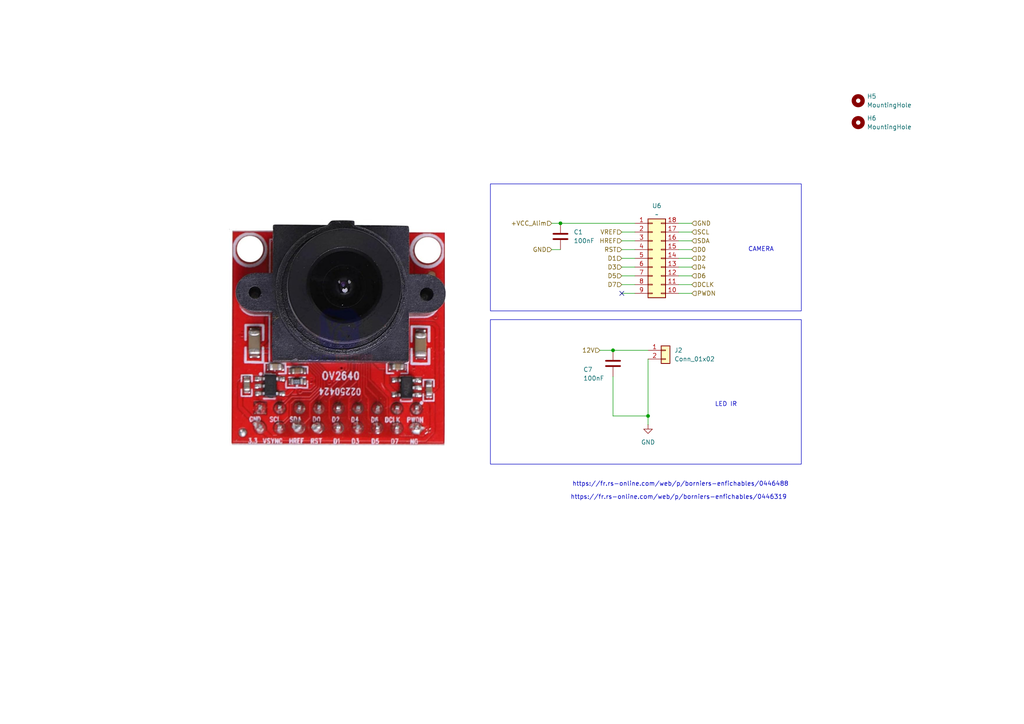
<source format=kicad_sch>
(kicad_sch (version 20250114) (generator "eeschema") (generator_version "9.0")
  (paper "A4")
  (title_block (title "Collecteur de données Animalières") (date "2025-11-28") (rev "A2") (company "Polytech Nantes - ETN4") (comment 1 "Architecture Collectuer de données") (comment 2 "Camera Page"))
  (lib_symbols
    (symbol "Connector_Generic:Conn_01x02" (pin_names (offset 1.016) (hide yes))
      (property "Reference" "J" (at 0 2.54 0))
      (property "Value" "Conn_01x02" (at 0 -5.08 0))
      (symbol "Conn_01x02_1_1"
        (rectangle (start -1.27 1.27) (end 1.27 -3.81) (stroke (width 0.254)) (fill (type background)))
        (rectangle (start -1.27 0.127) (end 0 -0.127) (stroke (width 0.1524)))
        (rectangle (start -1.27 -2.413) (end 0 -2.667) (stroke (width 0.1524)))
        (pin passive line (at -5.08 0 0) (length 3.81) (name "Pin_1") (number "1"))
        (pin passive line (at -5.08 -2.54 0) (length 3.81) (name "Pin_2") (number "2"))
      )
    )
    (symbol "Device:C" (pin_numbers (hide yes)) (pin_names (offset 0.254))
      (property "Reference" "C" (at 0.635 2.54 0))
      (property "Value" "C" (at 0.635 -2.54 0))
      (symbol "C_0_1"
        (polyline (pts (xy -2.032 0.762) (xy 2.032 0.762)) (stroke (width 0.508)))
        (polyline (pts (xy -2.032 -0.762) (xy 2.032 -0.762)) (stroke (width 0.508)))
      )
      (symbol "C_1_1"
        (pin passive line (at 0 3.81 270) (length 2.794) (name "~") (number "1"))
        (pin passive line (at 0 -3.81 90) (length 2.794) (name "~") (number "2"))
      )
    )
    (symbol "Mechanical:MountingHole" (pin_names (offset 1.016)) (in_bom no)
      (property "Reference" "H" (at 0 5.08 0))
      (property "Value" "MountingHole" (at 0 3.175 0))
      (symbol "MountingHole_0_1"
        (circle (center 0 0) (radius 1.27) (stroke (width 1.27)))
      )
    )
    (symbol "OV2640_1"
      (property "Reference" "U" (at 1.27 0 0))
      (symbol "OV2640_1_1_1"
        (rectangle (start -1.27 11.43) (end 3.81 -11.43) (stroke (width 0.254)) (fill (type background)))
        (rectangle (start -1.27 10.287) (end 0 10.033) (stroke (width 0.1524)))
        (rectangle (start -1.27 7.747) (end 0 7.493) (stroke (width 0.1524)))
        (rectangle (start -1.27 5.207) (end 0 4.953) (stroke (width 0.1524)))
        (rectangle (start -1.27 2.667) (end 0 2.413) (stroke (width 0.1524)))
        (rectangle (start -1.27 0.127) (end 0 -0.127) (stroke (width 0.1524)))
        (rectangle (start -1.27 -2.413) (end 0 -2.667) (stroke (width 0.1524)))
        (rectangle (start -1.27 -4.953) (end 0 -5.207) (stroke (width 0.1524)))
        (rectangle (start -1.27 -7.493) (end 0 -7.747) (stroke (width 0.1524)))
        (rectangle (start -1.27 -10.033) (end 0 -10.287) (stroke (width 0.1524)))
        (rectangle (start 3.81 10.287) (end 2.54 10.033) (stroke (width 0.1524)))
        (rectangle (start 3.81 7.747) (end 2.54 7.493) (stroke (width 0.1524)))
        (rectangle (start 3.81 5.207) (end 2.54 4.953) (stroke (width 0.1524)))
        (rectangle (start 3.81 2.667) (end 2.54 2.413) (stroke (width 0.1524)))
        (rectangle (start 3.81 0.127) (end 2.54 -0.127) (stroke (width 0.1524)))
        (rectangle (start 3.81 -2.413) (end 2.54 -2.667) (stroke (width 0.1524)))
        (rectangle (start 3.81 -4.953) (end 2.54 -5.207) (stroke (width 0.1524)))
        (rectangle (start 3.81 -7.493) (end 2.54 -7.747) (stroke (width 0.1524)))
        (rectangle (start 3.81 -10.033) (end 2.54 -10.287) (stroke (width 0.1524)))
        (pin passive line (at -5.08 10.16 0) (length 3.81) (name "") (number "1"))
        (pin passive line (at -5.08 7.62 0) (length 3.81) (name "") (number "2"))
        (pin passive line (at -5.08 5.08 0) (length 3.81) (name "") (number "3"))
        (pin passive line (at -5.08 2.54 0) (length 3.81) (name "") (number "4"))
        (pin passive line (at -5.08 0 0) (length 3.81) (name "") (number "5"))
        (pin passive line (at -5.08 -2.54 0) (length 3.81) (name "") (number "6"))
        (pin passive line (at -5.08 -5.08 0) (length 3.81) (name "") (number "7"))
        (pin passive line (at -5.08 -7.62 0) (length 3.81) (name "") (number "8"))
        (pin passive line (at -5.08 -10.16 0) (length 3.81) (name "") (number "9"))
        (pin passive line (at 7.62 10.16 180) (length 3.81) (name "") (number "18"))
        (pin passive line (at 7.62 7.62 180) (length 3.81) (name "") (number "17"))
        (pin passive line (at 7.62 5.08 180) (length 3.81) (name "") (number "16"))
        (pin passive line (at 7.62 2.54 180) (length 3.81) (name "") (number "15"))
        (pin passive line (at 7.62 0 180) (length 3.81) (name "") (number "14"))
        (pin passive line (at 7.62 -2.54 180) (length 3.81) (name "") (number "13"))
        (pin passive line (at 7.62 -5.08 180) (length 3.81) (name "") (number "12"))
        (pin passive line (at 7.62 -7.62 180) (length 3.81) (name "") (number "11"))
        (pin passive line (at 7.62 -10.16 180) (length 3.81) (name "") (number "10"))
      )
    )
    (symbol "power:GND" (power) (pin_numbers (hide yes)) (pin_names (offset 0) (hide yes))
      (property "Value" "GND" (at 0 -3.81 0))
      (symbol "GND_0_1"
        (polyline (pts (xy 0 0) (xy 0 -1.27) (xy 1.27 -1.27) (xy 0 -2.54) (xy -1.27 -1.27) (xy 0 -1.27)))
      )
      (symbol "GND_1_1"
        (pin power_in line (at 0 0 270) (length 0) (name "~") (number "1"))
      )
    )
  )
  (rectangle (start 142.24 92.71) (end 232.41 134.62))
  (rectangle (start 142.24 53.34) (end 232.41 90.17))
  (text "LED IR\n" (at 210.566 117.348 0) (effects (font (size 1.27 1.27))))
  (text "https://fr.rs-online.com/web/p/borniers-enfichables/0446319" (at 196.85 144.272 0) (effects (font (size 1.27 1.27))))
  (text "CAMERA\n" (at 220.726 72.39 0) (effects (font (size 1.27 1.27))))
  (text "https://fr.rs-online.com/web/p/borniers-enfichables/0446488" (at 197.358 140.462 0) (effects (font (size 1.27 1.27))))
  (junction (at 177.8 101.6))
  (junction (at 187.96 120.65))
  (junction (at 162.56 64.77))
  (no_connect (at 180.34 85.09))
  (wire (pts (xy 196.85 74.93) (xy 200.66 74.93)))
  (wire (pts (xy 196.85 85.09) (xy 200.66 85.09)))
  (wire (pts (xy 173.99 101.6) (xy 177.8 101.6)))
  (wire (pts (xy 180.34 85.09) (xy 184.15 85.09)))
  (wire (pts (xy 180.34 80.01) (xy 184.15 80.01)))
  (wire (pts (xy 180.34 67.31) (xy 184.15 67.31)))
  (wire (pts (xy 177.8 109.22) (xy 177.8 120.65)))
  (wire (pts (xy 177.8 101.6) (xy 187.96 101.6)))
  (wire (pts (xy 177.8 120.65) (xy 187.96 120.65)))
  (wire (pts (xy 196.85 82.55) (xy 200.66 82.55)))
  (wire (pts (xy 162.56 64.77) (xy 184.15 64.77)))
  (wire (pts (xy 196.85 69.85) (xy 200.66 69.85)))
  (wire (pts (xy 196.85 80.01) (xy 200.66 80.01)))
  (wire (pts (xy 180.34 72.39) (xy 184.15 72.39)))
  (wire (pts (xy 180.34 74.93) (xy 184.15 74.93)))
  (wire (pts (xy 196.85 72.39) (xy 200.66 72.39)))
  (wire (pts (xy 196.85 64.77) (xy 200.66 64.77)))
  (wire (pts (xy 180.34 77.47) (xy 184.15 77.47)))
  (wire (pts (xy 187.96 104.14) (xy 187.96 120.65)))
  (wire (pts (xy 180.34 69.85) (xy 184.15 69.85)))
  (wire (pts (xy 196.85 67.31) (xy 200.66 67.31)))
  (wire (pts (xy 160.02 64.77) (xy 162.56 64.77)))
  (wire (pts (xy 160.02 72.39) (xy 162.56 72.39)))
  (wire (pts (xy 180.34 82.55) (xy 184.15 82.55)))
  (wire (pts (xy 187.96 123.19) (xy 187.96 120.65)))
  (wire (pts (xy 196.85 77.47) (xy 200.66 77.47)))
  (image (at 97.79 96.52))
  (hierarchical_label "HREF" (shape input) (at 180.34 69.85 180))
  (hierarchical_label "DCLK" (shape input) (at 200.66 82.55 0))
  (hierarchical_label "D4" (shape input) (at 200.66 77.47 0))
  (hierarchical_label "GND" (shape input) (at 160.02 72.39 180))
  (hierarchical_label "D3" (shape input) (at 180.34 77.47 180))
  (hierarchical_label "D2" (shape input) (at 200.66 74.93 0))
  (hierarchical_label "GND" (shape input) (at 200.66 64.77 0))
  (hierarchical_label "D5" (shape input) (at 180.34 80.01 180))
  (hierarchical_label "VREF" (shape input) (at 180.34 67.31 180))
  (hierarchical_label "SCL" (shape input) (at 200.66 67.31 0))
  (hierarchical_label "D0" (shape input) (at 200.66 72.39 0))
  (hierarchical_label "SDA" (shape input) (at 200.66 69.85 0))
  (hierarchical_label "D1" (shape input) (at 180.34 74.93 180))
  (hierarchical_label "RST" (shape input) (at 180.34 72.39 180))
  (hierarchical_label "D6" (shape input) (at 200.66 80.01 0))
  (hierarchical_label "PWDN" (shape input) (at 200.66 85.09 0))
  (hierarchical_label "+VCC_Alim" (shape input) (at 160.02 64.77 180))
  (hierarchical_label "D7" (shape input) (at 180.34 82.55 180))
  (hierarchical_label "12V" (shape input) (at 173.99 101.6 180))
  (symbol (lib_id "Mechanical:MountingHole") (at 248.92 35.56 0) (unit 1) (in_bom no)
    (property "Reference" "H6" (at 251.46 34.2899 0) (effects (justify left)))
    (property "Value" "MountingHole" (at 251.46 36.8299 0) (effects (justify left)))
    (property "Footprint" "CollecteurDonne:MountingHole_2.2mm_M2_ISO7380" (effects (hide yes)))
    (property "Description" "Mounting Hole without connection" (effects (hide yes)))
  )
  (symbol (lib_name "OV2640_1") (lib_id "CollecteurDonneLIB:OV2640") (at 189.23 74.93 0) (unit 1)
    (property "Reference" "U6" (at 190.5 59.69 0))
    (property "Value" "~" (at 190.5 62.23 0))
    (property "Footprint" "Connector_PinSocket_1.27mm:PinSocket_2x09_P1.27mm_Vertical_SMD" (effects (hide yes)))
  )
  (symbol (lib_id "Device:C") (at 177.8 105.41 0) (unit 1)
    (property "Reference" "C7" (at 169.164 107.188 0) (effects (justify left)))
    (property "Value" "100nF" (at 169.164 109.728 0) (effects (justify left)))
    (property "Footprint" "CollecteurDonne:Capa disc radial 5.08mm" (effects (hide yes)))
    (property "Description" "Unpolarized capacitor" (effects (hide yes)))
    (property "Fabricant" "KEMET" (effects (hide yes)))
    (property "Fournisseur" "RS" (effects (hide yes)))
    (property "Ref Fabricant" "C0805C104K4RACTU" (effects (hide yes)))
    (property "Ref Fournisseur" "648-0957" (effects (hide yes)))
  )
  (symbol (lib_id "Connector_Generic:Conn_01x02") (at 193.04 101.6 0) (unit 1)
    (property "Reference" "J2" (at 195.58 101.5999 0) (effects (justify left)))
    (property "Value" "Conn_01x02" (at 195.58 104.1399 0) (effects (justify left)))
    (property "Footprint" "CollecteurDonne:ESP32-S3-DEVKITC-1-N8R8" (effects (hide yes)))
    (property "Description" "Generic connector, single row, 01x02, script generated (kicad-library-utils/schlib/autogen/connector/)" (effects (hide yes)))
    (property "Fabricant" "TE Connectivity" (effects (hide yes)))
    (property "Fournisseur" "RS" (effects (hide yes)))
    (property "Ref Fabricant" "440054-2" (effects (hide yes)))
    (property "Ref Fournisseur" "718-8526" (effects (hide yes)))
  )
  (symbol (lib_id "Mechanical:MountingHole") (at 248.92 29.21 0) (unit 1) (in_bom no)
    (property "Reference" "H5" (at 251.46 27.9399 0) (effects (justify left)))
    (property "Value" "MountingHole" (at 251.46 30.4799 0) (effects (justify left)))
    (property "Footprint" "CollecteurDonne:MountingHole_2.2mm_M2_ISO7380" (effects (hide yes)))
    (property "Description" "Mounting Hole without connection" (effects (hide yes)))
  )
  (symbol (lib_id "Device:C") (at 162.56 68.58 0) (unit 1)
    (property "Reference" "C1" (at 166.37 67.3099 0) (effects (justify left)))
    (property "Value" "100nF" (at 166.37 69.8499 0) (effects (justify left)))
    (property "Footprint" "CollecteurDonne:Capa disc radial 5.08mm" (effects (hide yes)))
    (property "Description" "Unpolarized capacitor" (effects (hide yes)))
    (property "Fabricant" "KEMET" (effects (hide yes)))
    (property "Fournisseur" "RS" (effects (hide yes)))
    (property "Ref Fabricant" "C0805C104K4RACTU" (effects (hide yes)))
    (property "Ref Fournisseur" "648-0957" (effects (hide yes)))
  )
  (symbol (lib_id "power:GND") (at 187.96 123.19 0) (unit 1)
    (property "Reference" "#PWR?" (effects (hide yes)))
    (property "Value" "GND" (at 187.96 128.27 0))
    (property "Description" "Power symbol creates a global label with name \"GND\" , ground" (effects (hide yes)))
  )
)
</source>
